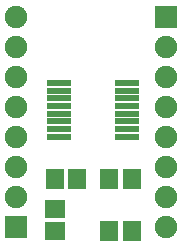
<source format=gts>
G04 DipTrace 3.0.0.2*
G04 gerber_files.gts*
%MOIN*%
G04 #@! TF.FileFunction,Soldermask,Top*
G04 #@! TF.Part,Single*
%ADD26C,0.074929*%
%ADD28R,0.074929X0.074929*%
%ADD30R,0.078866X0.023748*%
%ADD32R,0.059181X0.067055*%
%ADD34R,0.067055X0.059181*%
%FSLAX26Y26*%
G04*
G70*
G90*
G75*
G01*
G04 TopMask*
%LPD*%
D34*
X598892Y543984D3*
Y469181D3*
D32*
Y643974D3*
X673696D3*
X855115Y468992D3*
X780312D3*
X855115Y643974D3*
X780312D3*
D30*
X611391Y962690D3*
Y937100D3*
Y911509D3*
Y885919D3*
Y860328D3*
Y834738D3*
Y809147D3*
Y783556D3*
X839745D3*
X839738Y809147D3*
Y834738D3*
Y860328D3*
Y885919D3*
Y911509D3*
Y937100D3*
Y962690D3*
D28*
X467656Y481491D3*
D26*
Y581491D3*
Y681491D3*
Y781491D3*
Y881491D3*
Y981491D3*
Y1081491D3*
Y1181491D3*
D28*
X967752Y1181726D3*
D26*
Y1081726D3*
Y981726D3*
Y881726D3*
Y781726D3*
Y681726D3*
Y581726D3*
Y481726D3*
M02*

</source>
